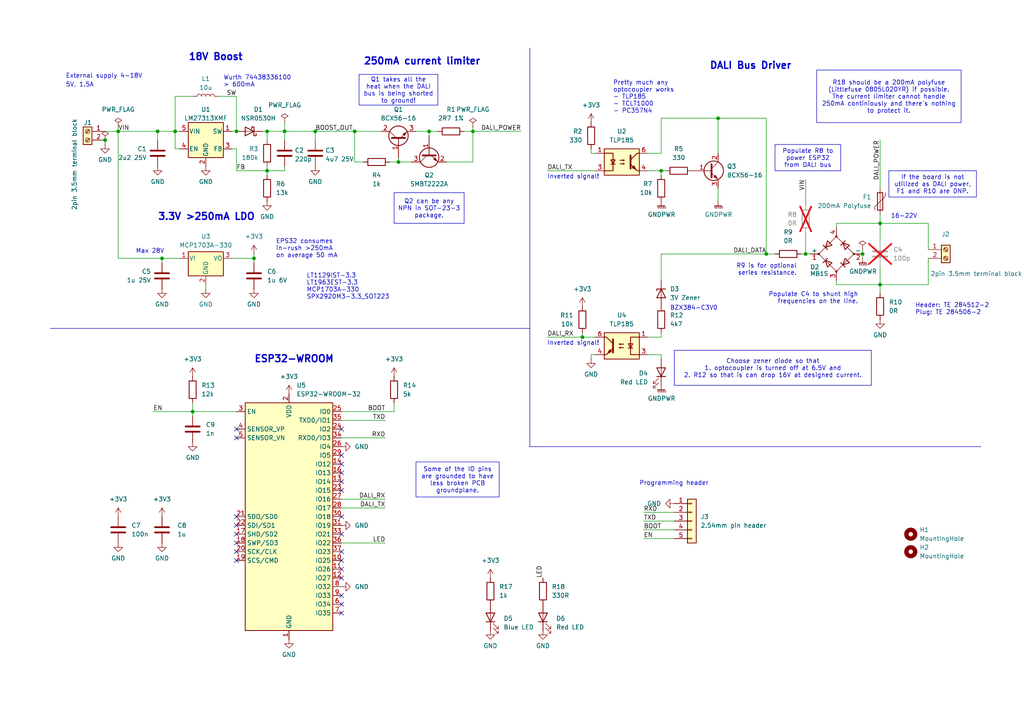
<source format=kicad_sch>
(kicad_sch (version 20231120) (generator "eeschema") (generator_version "8.0")
  (paper "A4")
  (title_block (title "ESP32 Dali") (date "2023-10-29") (rev "v1") (company "petrinm"))
  (lib_symbols
    (symbol "Connector:Screw_Terminal_01x02" (pin_names (offset 1.016) hide)
      (property "Reference" "J" (at 0 2.54 0))
      (property "Value" "Screw_Terminal_01x02" (at 0 -5.08 0))
      (symbol "Screw_Terminal_01x02_1_1"
        (pin passive line (at -5.08 0 0) (length 3.81) (name "Pin_1") (number "1"))
        (pin passive line (at -5.08 -2.54 0) (length 3.81) (name "Pin_2") (number "2"))
      )
    )
    (symbol "Connector_Generic:Conn_01x05" (pin_names (offset 1.016) hide)
      (property "Reference" "J" (at 0 7.62 0))
      (property "Value" "Conn_01x05" (at 0 -7.62 0))
      (symbol "Conn_01x05_1_1"
        (pin passive line (at -5.08 5.08 0) (length 3.81) (name "Pin_1") (number "1"))
        (pin passive line (at -5.08 2.54 0) (length 3.81) (name "Pin_2") (number "2"))
        (pin passive line (at -5.08 0 0) (length 3.81) (name "Pin_3") (number "3"))
        (pin passive line (at -5.08 -2.54 0) (length 3.81) (name "Pin_4") (number "4"))
        (pin passive line (at -5.08 -5.08 0) (length 3.81) (name "Pin_5") (number "5"))
      )
    )
    (symbol "Device:C" (pin_numbers hide) (pin_names (offset 0.254))
      (property "Reference" "C" (at 0.635 2.54 0))
      (property "Value" "C" (at 0.635 -2.54 0))
      (symbol "C_1_1"
        (pin passive line (at 0 3.81 270) (length 2.794) (name "~") (number "1"))
        (pin passive line (at 0 -3.81 90) (length 2.794) (name "~") (number "2"))
      )
    )
    (symbol "Device:D_Bridge_+-AA" (pin_names (offset 0))
      (property "Reference" "D" (at 2.54 6.985 0))
      (property "Value" "D_Bridge_+-AA" (at 2.54 5.08 0))
      (symbol "D_Bridge_+-AA_1_1"
        (pin passive line (at 7.62 0 180) (length 2.54) (name "+") (number "1"))
        (pin passive line (at -7.62 0 0) (length 2.54) (name "-") (number "2"))
        (pin passive line (at 0 7.62 270) (length 2.54) (name "~") (number "3"))
        (pin passive line (at 0 -7.62 90) (length 2.54) (name "~") (number "4"))
      )
    )
    (symbol "Device:D_Schottky" (pin_numbers hide) (pin_names (offset 1.016) hide)
      (property "Reference" "D" (at 0 2.54 0))
      (property "Value" "D_Schottky" (at 0 -2.54 0))
      (symbol "D_Schottky_1_1"
        (pin passive line (at -3.81 0 0) (length 2.54) (name "K") (number "1"))
        (pin passive line (at 3.81 0 180) (length 2.54) (name "A") (number "2"))
      )
    )
    (symbol "Device:D_Zener" (pin_numbers hide) (pin_names (offset 1.016) hide)
      (property "Reference" "D" (at 0 2.54 0))
      (property "Value" "D_Zener" (at 0 -2.54 0))
      (symbol "D_Zener_1_1"
        (pin passive line (at -3.81 0 0) (length 2.54) (name "K") (number "1"))
        (pin passive line (at 3.81 0 180) (length 2.54) (name "A") (number "2"))
      )
    )
    (symbol "Device:L" (pin_numbers hide) (pin_names (offset 1.016) hide)
      (property "Reference" "L" (at -1.27 0 90))
      (property "Value" "L" (at 1.905 0 90))
      (symbol "L_1_1"
        (pin passive line (at 0 3.81 270) (length 1.27) (name "1") (number "1"))
        (pin passive line (at 0 -3.81 90) (length 1.27) (name "2") (number "2"))
      )
    )
    (symbol "Device:LED" (pin_numbers hide) (pin_names (offset 1.016) hide)
      (property "Reference" "D" (at 0 2.54 0))
      (property "Value" "LED" (at 0 -2.54 0))
      (symbol "LED_1_1"
        (pin passive line (at -3.81 0 0) (length 2.54) (name "K") (number "1"))
        (pin passive line (at 3.81 0 180) (length 2.54) (name "A") (number "2"))
      )
    )
    (symbol "Device:Polyfuse" (pin_numbers hide) (pin_names (offset 0))
      (property "Reference" "F" (at -2.54 0 90))
      (property "Value" "Polyfuse" (at 2.54 0 90))
      (symbol "Polyfuse_1_1"
        (pin passive line (at 0 3.81 270) (length 1.27) (name "~") (number "1"))
        (pin passive line (at 0 -3.81 90) (length 1.27) (name "~") (number "2"))
      )
    )
    (symbol "Device:R" (pin_numbers hide) (pin_names (offset 0))
      (property "Reference" "R" (at 2.032 0 90))
      (property "Value" "R" (at 0 0 90))
      (symbol "R_1_1"
        (pin passive line (at 0 3.81 270) (length 1.27) (name "~") (number "1"))
        (pin passive line (at 0 -3.81 90) (length 1.27) (name "~") (number "2"))
      )
    )
    (symbol "Isolator:TLP185"
      (property "Reference" "U" (at -5.08 5.08 0))
      (property "Value" "TLP185" (at -5.08 -5.08 0))
      (symbol "TLP185_1_1"
        (pin passive line (at -7.62 2.54 0) (length 2.54) (name "~") (number "1"))
        (pin passive line (at -7.62 -2.54 0) (length 2.54) (name "~") (number "3"))
        (pin passive line (at 7.62 -2.54 180) (length 2.54) (name "~") (number "4"))
        (pin passive line (at 7.62 2.54 180) (length 2.54) (name "~") (number "6"))
      )
    )
    (symbol "Mechanical:MountingHole" (pin_names (offset 1.016)) (exclude_from_sim yes) (in_bom no)
      (property "Reference" "H" (at 0 5.08 0))
      (property "Value" "MountingHole" (at 0 3.175 0))
    )
    (symbol "RF_Module:ESP32-WROOM-32"
      (property "Reference" "U" (at -12.7 34.29 0))
      (property "Value" "ESP32-WROOM-32" (at 1.27 34.29 0))
      (symbol "ESP32-WROOM-32_1_1"
        (pin power_in line (at 0 -35.56 90) (length 2.54) (name "GND") (number "1"))
        (pin bidirectional line (at 15.24 -12.7 180) (length 2.54) (name "IO25") (number "10"))
        (pin bidirectional line (at 15.24 -15.24 180) (length 2.54) (name "IO26") (number "11"))
        (pin bidirectional line (at 15.24 -17.78 180) (length 2.54) (name "IO27") (number "12"))
        (pin bidirectional line (at 15.24 10.16 180) (length 2.54) (name "IO14") (number "13"))
        (pin bidirectional line (at 15.24 15.24 180) (length 2.54) (name "IO12") (number "14"))
        (pin passive line (at 0 -35.56 90) (length 2.54) hide (name "GND") (number "15"))
        (pin bidirectional line (at 15.24 12.7 180) (length 2.54) (name "IO13") (number "16"))
        (pin bidirectional line (at -15.24 -5.08 0) (length 2.54) (name "SHD/SD2") (number "17"))
        (pin bidirectional line (at -15.24 -7.62 0) (length 2.54) (name "SWP/SD3") (number "18"))
        (pin bidirectional line (at -15.24 -12.7 0) (length 2.54) (name "SCS/CMD") (number "19"))
        (pin power_in line (at 0 35.56 270) (length 2.54) (name "VDD") (number "2"))
        (pin bidirectional line (at -15.24 -10.16 0) (length 2.54) (name "SCK/CLK") (number "20"))
        (pin bidirectional line (at -15.24 0 0) (length 2.54) (name "SDO/SD0") (number "21"))
        (pin bidirectional line (at -15.24 -2.54 0) (length 2.54) (name "SDI/SD1") (number "22"))
        (pin bidirectional line (at 15.24 7.62 180) (length 2.54) (name "IO15") (number "23"))
        (pin bidirectional line (at 15.24 25.4 180) (length 2.54) (name "IO2") (number "24"))
        (pin bidirectional line (at 15.24 30.48 180) (length 2.54) (name "IO0") (number "25"))
        (pin bidirectional line (at 15.24 20.32 180) (length 2.54) (name "IO4") (number "26"))
        (pin bidirectional line (at 15.24 5.08 180) (length 2.54) (name "IO16") (number "27"))
        (pin bidirectional line (at 15.24 2.54 180) (length 2.54) (name "IO17") (number "28"))
        (pin bidirectional line (at 15.24 17.78 180) (length 2.54) (name "IO5") (number "29"))
        (pin input line (at -15.24 30.48 0) (length 2.54) (name "EN") (number "3"))
        (pin bidirectional line (at 15.24 0 180) (length 2.54) (name "IO18") (number "30"))
        (pin bidirectional line (at 15.24 -2.54 180) (length 2.54) (name "IO19") (number "31"))
        (pin no_connect line (at -12.7 -27.94 0) (length 2.54) hide (name "NC") (number "32"))
        (pin bidirectional line (at 15.24 -5.08 180) (length 2.54) (name "IO21") (number "33"))
        (pin bidirectional line (at 15.24 22.86 180) (length 2.54) (name "RXD0/IO3") (number "34"))
        (pin bidirectional line (at 15.24 27.94 180) (length 2.54) (name "TXD0/IO1") (number "35"))
        (pin bidirectional line (at 15.24 -7.62 180) (length 2.54) (name "IO22") (number "36"))
        (pin bidirectional line (at 15.24 -10.16 180) (length 2.54) (name "IO23") (number "37"))
        (pin passive line (at 0 -35.56 90) (length 2.54) hide (name "GND") (number "38"))
        (pin passive line (at 0 -35.56 90) (length 2.54) hide (name "GND") (number "39"))
        (pin input line (at -15.24 25.4 0) (length 2.54) (name "SENSOR_VP") (number "4"))
        (pin input line (at -15.24 22.86 0) (length 2.54) (name "SENSOR_VN") (number "5"))
        (pin input line (at 15.24 -25.4 180) (length 2.54) (name "IO34") (number "6"))
        (pin input line (at 15.24 -27.94 180) (length 2.54) (name "IO35") (number "7"))
        (pin bidirectional line (at 15.24 -20.32 180) (length 2.54) (name "IO32") (number "8"))
        (pin bidirectional line (at 15.24 -22.86 180) (length 2.54) (name "IO33") (number "9"))
      )
    )
    (symbol "Regulator_Linear:SPX2920M3-3.3_SOT223" (pin_names (offset 0.254))
      (property "Reference" "U" (at -3.81 3.175 0))
      (property "Value" "SPX2920M3-3.3_SOT223" (at 0 3.175 0))
      (symbol "SPX2920M3-3.3_SOT223_1_1"
        (pin power_in line (at -7.62 0 0) (length 2.54) (name "VI") (number "1"))
        (pin power_in line (at 0 -7.62 90) (length 2.54) (name "GND") (number "2"))
        (pin power_out line (at 7.62 0 180) (length 2.54) (name "VO") (number "3"))
      )
    )
    (symbol "Regulator_Switching:LM27313XMF" (pin_names (offset 0.254))
      (property "Reference" "U" (at -5.08 6.35 0))
      (property "Value" "LM27313XMF" (at 0 6.35 0))
      (symbol "LM27313XMF_1_1"
        (pin output line (at 7.62 2.54 180) (length 2.54) (name "SW") (number "1"))
        (pin power_in line (at 0 -7.62 90) (length 2.54) (name "GND") (number "2"))
        (pin input line (at 7.62 -2.54 180) (length 2.54) (name "FB") (number "3"))
        (pin input line (at -7.62 -2.54 0) (length 2.54) (name "EN") (number "4"))
        (pin input line (at -7.62 2.54 0) (length 2.54) (name "VIN") (number "5"))
      )
    )
    (symbol "Transistor_BJT:BC817" (pin_names (offset 0) hide)
      (property "Reference" "Q" (at 5.08 1.905 0))
      (property "Value" "BC817" (at 5.08 0 0))
      (symbol "BC817_1_1"
        (pin input line (at -5.08 0 0) (length 5.715) (name "B") (number "1"))
        (pin passive line (at 2.54 -5.08 90) (length 2.54) (name "E") (number "2"))
        (pin passive line (at 2.54 5.08 270) (length 2.54) (name "C") (number "3"))
      )
    )
    (symbol "Transistor_BJT:BCX56" (pin_names (offset 0) hide)
      (property "Reference" "Q" (at 5.08 1.905 0))
      (property "Value" "BCX56" (at 5.08 0 0))
      (symbol "BCX56_1_1"
        (pin input line (at -5.08 0 0) (length 5.715) (name "B") (number "1"))
        (pin passive line (at 2.54 5.08 270) (length 2.54) (name "C") (number "2"))
        (pin passive line (at 2.54 -5.08 90) (length 2.54) (name "E") (number "3"))
      )
    )
    (symbol "power:+3V3" (power) (pin_numbers hide) (pin_names (offset 0) hide)
      (property "Value" "+3V3" (at 0 3.556 0))
      (symbol "+3V3_1_1"
        (pin power_in line (at 0 0 90) (length 0) (name "~") (number "1"))
      )
    )
    (symbol "power:GND" (power) (pin_numbers hide) (pin_names (offset 0) hide)
      (property "Value" "GND" (at 0 -3.81 0))
      (symbol "GND_1_1"
        (pin power_in line (at 0 0 270) (length 0) (name "~") (number "1"))
      )
    )
    (symbol "power:GNDPWR" (power) (pin_numbers hide) (pin_names (offset 0) hide)
      (property "Value" "GNDPWR" (at 0 -3.302 0))
      (symbol "GNDPWR_1_1"
        (pin power_in line (at 0 0 270) (length 0) (name "~") (number "1"))
      )
    )
    (symbol "power:PWR_FLAG" (power) (pin_numbers hide) (pin_names (offset 0) hide)
      (property "Value" "PWR_FLAG" (at 0 3.81 0))
      (symbol "PWR_FLAG_0_0"
        (pin power_out line (at 0 0 90) (length 0) (name "~") (number "1"))
      )
    )
  )
  (junction (at 115.57 46.99))
  (junction (at 222.25 73.66))
  (junction (at 68.58 38.1))
  (junction (at 77.47 38.1))
  (junction (at 55.88 119.38))
  (junction (at 168.91 97.79))
  (junction (at 73.66 74.93))
  (junction (at 50.8 38.1))
  (junction (at 191.77 49.53))
  (junction (at 233.68 73.66))
  (junction (at 82.55 38.1))
  (junction (at 124.46 38.1))
  (junction (at 255.27 82.55))
  (junction (at 77.47 49.53))
  (junction (at 34.29 38.1))
  (junction (at 102.87 38.1))
  (junction (at 45.72 38.1))
  (junction (at 46.99 74.93))
  (junction (at 250.19 73.66))
  (junction (at 208.28 34.29))
  (junction (at 255.27 64.77))
  (junction (at 137.16 38.1))
  (junction (at 91.44 38.1))
  (junction (at 30.48 40.64))
  (no_connect (at 99.06 175.26))
  (no_connect (at 68.58 157.48))
  (no_connect (at 68.58 127))
  (no_connect (at 99.06 162.56))
  (no_connect (at 99.06 149.86))
  (no_connect (at 99.06 160.02))
  (no_connect (at 99.06 137.16))
  (no_connect (at 99.06 132.08))
  (no_connect (at 68.58 162.56))
  (no_connect (at 99.06 139.7))
  (no_connect (at 68.58 152.4))
  (no_connect (at 68.58 154.94))
  (no_connect (at 99.06 154.94))
  (no_connect (at 99.06 167.64))
  (no_connect (at 99.06 177.8))
  (no_connect (at 99.06 165.1))
  (no_connect (at 68.58 160.02))
  (no_connect (at 99.06 134.62))
  (no_connect (at 68.58 124.46))
  (no_connect (at 99.06 142.24))
  (no_connect (at 99.06 172.72))
  (no_connect (at 68.58 149.86))
  (no_connect (at 99.06 124.46))
  (wire (pts (xy 46.99 76.2) (xy 46.99 74.93)))
  (wire (pts (xy 44.45 119.38) (xy 55.88 119.38)))
  (wire (pts (xy 77.47 38.1) (xy 77.47 40.64)))
  (wire (pts (xy 34.29 74.93) (xy 46.99 74.93)))
  (wire (pts (xy 105.41 46.99) (xy 102.87 46.99)))
  (wire (pts (xy 45.72 38.1) (xy 45.72 40.64)))
  (wire (pts (xy 77.47 48.26) (xy 77.47 49.53)))
  (wire (pts (xy 102.87 38.1) (xy 110.49 38.1)))
  (wire (pts (xy 45.72 38.1) (xy 50.8 38.1)))
  (wire (pts (xy 233.68 73.66) (xy 232.41 73.66)))
  (wire (pts (xy 46.99 74.93) (xy 52.07 74.93)))
  (wire (pts (xy 255.27 64.77) (xy 269.24 64.77)))
  (wire (pts (xy 250.19 73.66) (xy 250.19 74.93)))
  (wire (pts (xy 187.96 44.45) (xy 191.77 44.45)))
  (wire (pts (xy 73.66 76.2) (xy 73.66 74.93)))
  (wire (pts (xy 77.47 49.53) (xy 82.55 49.53)))
  (wire (pts (xy 168.91 97.79) (xy 172.72 97.79)))
  (wire (pts (xy 99.06 144.78) (xy 111.76 144.78)))
  (wire (pts (xy 124.46 38.1) (xy 124.46 39.37)))
  (wire (pts (xy 99.06 121.92) (xy 111.76 121.92)))
  (wire (pts (xy 172.72 44.45) (xy 171.45 44.45)))
  (wire (pts (xy 129.54 46.99) (xy 137.16 46.99)))
  (polyline (pts (xy 14.605 95.25) (xy 153.67 95.25)))
  (wire (pts (xy 99.06 119.38) (xy 114.3 119.38)))
  (wire (pts (xy 191.77 102.87) (xy 187.96 102.87)))
  (wire (pts (xy 114.3 116.84) (xy 114.3 119.38)))
  (wire (pts (xy 52.07 43.18) (xy 50.8 43.18)))
  (wire (pts (xy 119.38 46.99) (xy 115.57 46.99)))
  (wire (pts (xy 208.28 34.29) (xy 191.77 34.29)))
  (wire (pts (xy 68.58 49.53) (xy 77.47 49.53)))
  (wire (pts (xy 68.58 38.1) (xy 68.58 27.94)))
  (wire (pts (xy 250.19 72.39) (xy 250.19 73.66)))
  (wire (pts (xy 137.16 36.83) (xy 137.16 38.1)))
  (wire (pts (xy 113.03 46.99) (xy 115.57 46.99)))
  (wire (pts (xy 269.24 74.93) (xy 269.24 82.55)))
  (wire (pts (xy 255.27 40.64) (xy 255.27 54.61)))
  (wire (pts (xy 186.69 153.67) (xy 195.58 153.67)))
  (wire (pts (xy 242.57 81.28) (xy 242.57 82.55)))
  (polyline (pts (xy 153.67 129.54) (xy 284.48 129.54)))
  (wire (pts (xy 50.8 43.18) (xy 50.8 38.1)))
  (wire (pts (xy 50.8 27.94) (xy 50.8 38.1)))
  (wire (pts (xy 222.25 73.66) (xy 224.79 73.66)))
  (wire (pts (xy 77.47 38.1) (xy 82.55 38.1)))
  (wire (pts (xy 171.45 102.87) (xy 172.72 102.87)))
  (wire (pts (xy 55.88 27.94) (xy 50.8 27.94)))
  (wire (pts (xy 186.69 156.21) (xy 195.58 156.21)))
  (wire (pts (xy 34.29 36.83) (xy 34.29 38.1)))
  (wire (pts (xy 222.25 34.29) (xy 222.25 73.66)))
  (wire (pts (xy 269.24 72.39) (xy 269.24 64.77)))
  (wire (pts (xy 191.77 34.29) (xy 191.77 44.45)))
  (wire (pts (xy 59.69 83.82) (xy 59.69 82.55)))
  (wire (pts (xy 137.16 38.1) (xy 151.13 38.1)))
  (wire (pts (xy 255.27 77.47) (xy 255.27 82.55)))
  (wire (pts (xy 99.06 147.32) (xy 111.76 147.32)))
  (wire (pts (xy 191.77 50.8) (xy 191.77 49.53)))
  (wire (pts (xy 208.28 34.29) (xy 208.28 44.45)))
  (wire (pts (xy 91.44 38.1) (xy 102.87 38.1)))
  (wire (pts (xy 168.91 97.79) (xy 158.75 97.79)))
  (wire (pts (xy 191.77 73.66) (xy 222.25 73.66)))
  (wire (pts (xy 186.69 148.59) (xy 195.58 148.59)))
  (wire (pts (xy 82.55 38.1) (xy 82.55 40.64)))
  (wire (pts (xy 191.77 104.14) (xy 191.77 102.87)))
  (wire (pts (xy 82.55 35.56) (xy 82.55 38.1)))
  (wire (pts (xy 186.69 151.13) (xy 195.58 151.13)))
  (wire (pts (xy 55.88 119.38) (xy 68.58 119.38)))
  (wire (pts (xy 172.72 49.53) (xy 158.75 49.53)))
  (wire (pts (xy 255.27 64.77) (xy 255.27 69.85)))
  (wire (pts (xy 115.57 46.99) (xy 115.57 45.72)))
  (polyline (pts (xy 153.67 95.25) (xy 153.67 129.54)))
  (wire (pts (xy 233.68 73.66) (xy 234.95 73.66)))
  (wire (pts (xy 82.55 49.53) (xy 82.55 48.26)))
  (wire (pts (xy 34.29 38.1) (xy 45.72 38.1)))
  (wire (pts (xy 102.87 46.99) (xy 102.87 38.1)))
  (wire (pts (xy 255.27 82.55) (xy 242.57 82.55)))
  (wire (pts (xy 99.06 127) (xy 111.76 127)))
  (wire (pts (xy 30.48 41.91) (xy 30.48 40.64)))
  (wire (pts (xy 168.91 96.52) (xy 168.91 97.79)))
  (wire (pts (xy 67.31 74.93) (xy 73.66 74.93)))
  (wire (pts (xy 30.48 38.1) (xy 34.29 38.1)))
  (wire (pts (xy 82.55 38.1) (xy 91.44 38.1)))
  (wire (pts (xy 255.27 82.55) (xy 269.24 82.55)))
  (wire (pts (xy 34.29 74.93) (xy 34.29 38.1)))
  (wire (pts (xy 68.58 27.94) (xy 63.5 27.94)))
  (wire (pts (xy 68.58 49.53) (xy 68.58 43.18)))
  (wire (pts (xy 134.62 38.1) (xy 137.16 38.1)))
  (wire (pts (xy 233.68 67.31) (xy 233.68 73.66)))
  (wire (pts (xy 255.27 82.55) (xy 255.27 85.09)))
  (wire (pts (xy 124.46 38.1) (xy 127 38.1)))
  (wire (pts (xy 91.44 38.1) (xy 91.44 40.64)))
  (wire (pts (xy 73.66 73.66) (xy 73.66 74.93)))
  (wire (pts (xy 191.77 81.28) (xy 191.77 73.66)))
  (wire (pts (xy 55.88 120.65) (xy 55.88 119.38)))
  (wire (pts (xy 171.45 44.45) (xy 171.45 43.18)))
  (wire (pts (xy 68.58 43.18) (xy 67.31 43.18)))
  (wire (pts (xy 171.45 104.14) (xy 171.45 102.87)))
  (wire (pts (xy 193.04 49.53) (xy 191.77 49.53)))
  (wire (pts (xy 99.06 157.48) (xy 111.76 157.48)))
  (wire (pts (xy 55.88 116.84) (xy 55.88 119.38)))
  (wire (pts (xy 137.16 38.1) (xy 137.16 46.99)))
  (wire (pts (xy 222.25 34.29) (xy 208.28 34.29)))
  (wire (pts (xy 191.77 96.52) (xy 191.77 97.79)))
  (wire (pts (xy 208.28 58.42) (xy 208.28 54.61)))
  (wire (pts (xy 233.68 52.07) (xy 233.68 59.69)))
  (wire (pts (xy 242.57 66.04) (xy 242.57 64.77)))
  (wire (pts (xy 191.77 97.79) (xy 187.96 97.79)))
  (wire (pts (xy 77.47 49.53) (xy 77.47 50.8)))
  (wire (pts (xy 50.8 38.1) (xy 52.07 38.1)))
  (wire (pts (xy 76.2 38.1) (xy 77.47 38.1)))
  (wire (pts (xy 67.31 38.1) (xy 68.58 38.1)))
  (polyline (pts (xy 153.67 13.97) (xy 153.67 95.25)))
  (wire (pts (xy 191.77 49.53) (xy 187.96 49.53)))
  (wire (pts (xy 255.27 62.23) (xy 255.27 64.77)))
  (wire (pts (xy 120.65 38.1) (xy 124.46 38.1)))
  (wire (pts (xy 255.27 64.77) (xy 242.57 64.77)))
  (text_box "Q1 takes all the heat when the DALI bus is being shorted to ground!" (at 104.14 21.59 0) (size 22.86 8.89) (effects (font (size 1.27 1.27))))
  (text_box "Choose zener diode so that \n1. optocoupler is turned off at 6.5V and\n2. R12 so that is can drop 16V at designed current." (at 195.58 101.6 0) (size 57.15 10.16) (effects (font (size 1.27 1.27))))
  (text_box "Q2 can be any NPN in SOT-23-3 package." (at 114.3 55.88 0) (size 20.32 8.89) (effects (font (size 1.27 1.27))))
  (text_box "If the board is not utilized as DALI power, F1 and R10 are DNP." (at 257.81 49.53 0) (size 25.4 7.62) (effects (font (size 1.27 1.27))))
  (text_box "Populate R8 to power ESP32 from DALI bus" (at 224.79 41.91 0) (size 19.05 7.62) (effects (font (size 1.27 1.27))))
  (text_box "R18 should be a 200mA polyfuse (Littlefuse 0805L020YR) if possible.\nThe current limiter cannot handle 250mA continiously and there's nothing to protect it." (at 236.855 20.32 0) (size 41.91 15.24) (effects (font (size 1.27 1.27))))
  (text_box "Some of the IO pins are grounded to have less broken PCB groundplane." (at 120.65 133.985 0) (size 24.13 10.16) (effects (font (size 1.27 1.27))))
  (text "Pretty much any\noptocoupler works\n- TLP185\n- TCLT1000\n- PC357N4" (at 177.8 33.02 0) (effects (font (size 1.27 1.27)) (justify left bottom)))
  (text "ESP32-WROOM" (at 73.66 105.41 0) (effects (font (size 2 2) (thickness 0.4) (bold yes)) (justify left bottom)))
  (text "16-22V" (at 266.065 63.5 0) (effects (font (size 1.27 1.27)) (justify right bottom)))
  (text "EPS32 consumes\nin-rush >250mA\non average 50 mA" (at 80.01 74.93 0) (effects (font (size 1.27 1.27)) (justify left bottom)))
  (text "DALI Bus Driver" (at 205.74 20.32 0) (effects (font (size 2 2) (thickness 0.4) (bold yes)) (justify left bottom)))
  (text "Populate C4 to shunt high\nfrequencies on the line." (at 248.92 88.265 0) (effects (font (size 1.27 1.27)) (justify right bottom)))
  (text "\nBZX384-C3V0" (at 194.31 90.17 0) (effects (font (size 1.27 1.27)) (justify left bottom)))
  (text "Wurth 74438336100\n> 600mA" (at 64.77 25.4 0) (effects (font (size 1.27 1.27)) (justify left bottom)))
  (text "Inverted signal!" (at 158.75 52.07 0) (effects (font (size 1.27 1.27)) (justify left bottom)))
  (text "250mA current limiter" (at 105.41 19.05 0) (effects (font (size 2 2) (thickness 0.4) (bold yes)) (justify left bottom)))
  (text "5V, 1.5A" (at 19.05 25.4 0) (effects (font (size 1.27 1.27)) (justify left bottom)))
  (text "Programming header" (at 185.42 140.97 0) (effects (font (size 1.27 1.27)) (justify left bottom)))
  (text "Max 28V" (at 39.37 73.66 0) (effects (font (size 1.27 1.27)) (justify left bottom)))
  (text "R9 is for optional\nseries resistance." (at 231.14 80.01 0) (effects (font (size 1.27 1.27)) (justify right bottom)))
  (text "3.3V >250mA LDO" (at 45.72 64.135 0) (effects (font (size 2 2) (thickness 0.4) (bold yes)) (justify left bottom)))
  (text "External supply 4-18V" (at 19.05 22.86 0) (effects (font (size 1.27 1.27)) (justify left bottom)))
  (text "Header: TE 284512-2  \nPlug: TE 284506-2" (at 265.43 91.44 0) (effects (font (size 1.27 1.27)) (justify left bottom)))
  (text "18V Boost" (at 54.61 17.78 0) (effects (font (size 2 2) (thickness 0.4) (bold yes)) (justify left bottom)))
  (text "LT1129IST-3.3\nLT1963EST-3.3\nMCP1703A-330\nSPX2920M3-3.3_SOT223\n\n\n\n\n\n" (at 88.9 97.155 0) (effects (font (size 1.27 1.27)) (justify left bottom)))
  (text "Inverted signal!" (at 158.75 100.33 0) (effects (font (size 1.27 1.27)) (justify left bottom)))
  (label "DALI_DATA" (at 222.25 73.66 180))
  (label "BOOT" (at 186.69 153.67 0))
  (label "DALI_POWER" (at 151.13 38.1 180))
  (label "BOOT" (at 111.76 119.38 180))
  (label "LED" (at 111.76 157.48 180))
  (label "VIN" (at 34.29 38.1 0))
  (label "FB" (at 68.58 49.53 0))
  (label "DALI_TX" (at 158.75 49.53 0))
  (label "VIN" (at 233.68 52.07 270))
  (label "DALI_TX" (at 111.76 147.32 180))
  (label "LED" (at 157.48 167.64 90))
  (label "BOOST_OUT" (at 91.44 38.1 0))
  (label "RXD" (at 111.76 127 180))
  (label "TXD" (at 186.69 151.13 0))
  (label "DALI_RX" (at 158.75 97.79 0))
  (label "DALI_RX" (at 111.76 144.78 180))
  (label "EN" (at 186.69 156.21 0))
  (label "RXD" (at 186.69 148.59 0))
  (label "TXD" (at 111.76 121.92 180))
  (label "EN" (at 44.45 119.38 0))
  (label "SW" (at 68.58 27.94 180))
  (label "DALI_POWER" (at 255.27 40.64 270))
  (symbol (lib_id "Device:R") (at 191.77 54.61 0) (mirror x) (unit 1)
    (property "Reference" "R7" (at 189.23 53.34 0) (effects (justify right)))
    (property "Value" "10k" (at 189.23 55.88 0) (effects (justify right)))
    (property "Footprint" "Resistor_SMD:R_0603_1608Metric" (effects (hide yes)))
    (property "Description" "Resistor" (effects (hide yes)))
  )
  (symbol (lib_id "power:+3V3") (at 46.99 149.86 0) (unit 1)
    (property "Reference" "#PWR020" (effects (hide yes)))
    (property "Value" "+3V3" (at 46.99 144.78 0))
    (property "Description" "Power symbol creates a global label with name \"+3V3\"" (effects (hide yes)))
  )
  (symbol (lib_id "power:GND") (at 142.24 182.88 0) (unit 1)
    (property "Reference" "#PWR033" (effects (hide yes)))
    (property "Value" "GND" (at 142.24 187.3234 0))
    (property "Description" "Power symbol creates a global label with name \"GND\" , ground" (effects (hide yes)))
  )
  (symbol (lib_id "Device:Polyfuse") (at 255.27 58.42 0) (mirror y) (unit 1)
    (property "Reference" "F1" (at 252.73 57.15 0) (effects (justify left)))
    (property "Value" "200mA Polyfuse" (at 252.73 59.69 0) (effects (justify left)))
    (property "Footprint" "Fuse:Fuse_0805_2012Metric" (effects (hide yes)))
    (property "Description" "Resettable fuse, polymeric positive temperature coefficient" (effects (hide yes)))
  )
  (symbol (lib_id "Device:R") (at 130.81 38.1 90) (unit 1)
    (property "Reference" "R1" (at 130.81 31.75 90))
    (property "Value" "2R7 1%" (at 130.81 34.29 90))
    (property "Footprint" "Resistor_SMD:R_0805_2012Metric" (effects (hide yes)))
    (property "Description" "Resistor" (effects (hide yes)))
  )
  (symbol (lib_id "power:GND") (at 30.48 41.91 0) (unit 1)
    (property "Reference" "#PWR02" (effects (hide yes)))
    (property "Value" "GND" (at 30.48 46.3534 0))
    (property "Description" "Power symbol creates a global label with name \"GND\" , ground" (effects (hide yes)))
  )
  (symbol (lib_id "power:+3V3") (at 83.82 114.3 0) (unit 1)
    (property "Reference" "#PWR021" (effects (hide yes)))
    (property "Value" "+3V3" (at 83.82 109.22 0))
    (property "Description" "Power symbol creates a global label with name \"+3V3\"" (effects (hide yes)))
  )
  (symbol (lib_id "power:GND") (at 45.72 48.26 0) (unit 1)
    (property "Reference" "#PWR03" (effects (hide yes)))
    (property "Value" "GND" (at 45.72 52.7034 0))
    (property "Description" "Power symbol creates a global label with name \"GND\" , ground" (effects (hide yes)))
  )
  (symbol (lib_id "power:GND") (at 46.99 157.48 0) (unit 1)
    (property "Reference" "#PWR024" (effects (hide yes)))
    (property "Value" "GND" (at 46.99 161.9234 0))
    (property "Description" "Power symbol creates a global label with name \"GND\" , ground" (effects (hide yes)))
  )
  (symbol (lib_id "Device:R") (at 55.88 113.03 0) (unit 1)
    (property "Reference" "R13" (at 58.42 111.76 0) (effects (justify left)))
    (property "Value" "12k" (at 58.42 114.3 0) (effects (justify left)))
    (property "Footprint" "Resistor_SMD:R_0603_1608Metric" (effects (hide yes)))
    (property "Description" "Resistor" (effects (hide yes)))
  )
  (symbol (lib_id "power:+3V3") (at 142.24 167.64 0) (unit 1)
    (property "Reference" "#PWR029" (effects (hide yes)))
    (property "Value" "+3V3" (at 142.24 162.56 0))
    (property "Description" "Power symbol creates a global label with name \"+3V3\"" (effects (hide yes)))
  )
  (symbol (lib_id "Regulator_Linear:SPX2920M3-3.3_SOT223") (at 59.69 74.93 0) (unit 1)
    (property "Reference" "U3" (at 59.69 68.58 0))
    (property "Value" "MCP1703A-330" (at 59.69 71.12 0))
    (property "Footprint" "Package_TO_SOT_SMD:SOT-223-3_TabPin2" (effects (hide yes)))
    (property "Datasheet" "http://www.zlgmcu.com/Sipex/LDO/PDF/spx2920.pdf" (effects (hide yes)))
    (property "Description" "400mA Low drop-out regulator, Fixed Output 3.3V, SOT-223" (effects (hide yes)))
  )
  (symbol (lib_id "power:GNDPWR") (at 208.28 58.42 0) (mirror y) (unit 1)
    (property "Reference" "#PWR08" (effects (hide yes)))
    (property "Value" "GNDPWR" (at 208.407 62.23 0))
    (property "Description" "Power symbol creates a global label with name \"GNDPWR\" , global ground" (effects (hide yes)))
  )
  (symbol (lib_id "Device:C") (at 82.55 44.45 0) (unit 1)
    (property "Reference" "C2" (at 85.471 43.6153 0) (effects (justify left)))
    (property "Value" "220p" (at 85.471 46.1522 0) (effects (justify left)))
    (property "Footprint" "Capacitor_SMD:C_0603_1608Metric" (effects (hide yes)))
    (property "Description" "Unpolarized capacitor" (effects (hide yes)))
  )
  (symbol (lib_id "Device:C") (at 46.99 80.01 0) (unit 1)
    (property "Reference" "C5" (at 43.815 78.74 0) (effects (justify right)))
    (property "Value" "1u 25V" (at 43.815 81.28 0) (effects (justify right)))
    (property "Footprint" "Capacitor_SMD:C_0805_2012Metric" (effects (hide yes)))
    (property "Description" "Unpolarized capacitor" (effects (hide yes)))
  )
  (symbol (lib_id "power:PWR_FLAG") (at 82.55 35.56 0) (unit 1)
    (property "Reference" "#FLG01" (effects (hide yes)))
    (property "Value" "PWR_FLAG" (at 82.55 30.48 0))
    (property "Description" "Special symbol for telling ERC where power comes from" (effects (hide yes)))
  )
  (symbol (lib_id "Device:C") (at 255.27 73.66 0) (mirror y) (unit 1) (dnp yes)
    (property "Reference" "C4" (at 259.08 72.39 0) (effects (justify right)))
    (property "Value" "100p" (at 259.08 74.93 0) (effects (justify right)))
    (property "Footprint" "Capacitor_SMD:C_0603_1608Metric" (effects (hide yes)))
    (property "Description" "Unpolarized capacitor" (effects (hide yes)))
  )
  (symbol (lib_id "power:GND") (at 91.44 48.26 0) (unit 1)
    (property "Reference" "#PWR05" (effects (hide yes)))
    (property "Value" "GND" (at 91.44 52.7034 0))
    (property "Description" "Power symbol creates a global label with name \"GND\" , ground" (effects (hide yes)))
  )
  (symbol (lib_id "Device:C") (at 91.44 44.45 0) (unit 1)
    (property "Reference" "C3" (at 94.361 43.6153 0) (effects (justify left)))
    (property "Value" "4u7 25V" (at 94.361 46.1522 0) (effects (justify left)))
    (property "Footprint" "Capacitor_SMD:C_0805_2012Metric" (effects (hide yes)))
    (property "Description" "Unpolarized capacitor" (effects (hide yes)))
  )
  (symbol (lib_id "Device:D_Zener") (at 191.77 85.09 90) (mirror x) (unit 1)
    (property "Reference" "D3" (at 194.31 83.82 90) (effects (justify right)))
    (property "Value" "3V Zener" (at 194.31 86.36 90) (effects (justify right)))
    (property "Footprint" "Diode_SMD:D_SOD-323" (effects (hide yes)))
    (property "Description" "Zener diode" (effects (hide yes)))
  )
  (symbol (lib_id "power:PWR_FLAG") (at 34.29 36.83 0) (unit 1)
    (property "Reference" "#FLG02" (effects (hide yes)))
    (property "Value" "PWR_FLAG" (at 34.29 31.75 0))
    (property "Description" "Special symbol for telling ERC where power comes from" (effects (hide yes)))
  )
  (symbol (lib_id "Device:R") (at 255.27 88.9 0) (mirror y) (unit 1)
    (property "Reference" "R10" (at 257.81 87.63 0) (effects (justify right)))
    (property "Value" "0R" (at 257.81 90.17 0) (effects (justify right)))
    (property "Footprint" "Resistor_SMD:R_0805_2012Metric" (effects (hide yes)))
    (property "Description" "Resistor" (effects (hide yes)))
  )
  (symbol (lib_id "Connector:Screw_Terminal_01x02") (at 274.32 72.39 0) (unit 1)
    (property "Reference" "J2" (at 273.05 67.945 0) (effects (justify left)))
    (property "Value" "2pin 3.5mm terminal block" (at 269.875 79.375 0) (effects (justify left)))
    (property "Footprint" "Connector_Phoenix_MC:PhoenixContact_MC_1,5_2-G-3.5_1x02_P3.50mm_Horizontal" (effects (hide yes)))
    (property "Description" "Generic screw terminal, single row, 01x02, script generated (kicad-library-utils/schlib/autogen/connector/)" (effects (hide yes)))
  )
  (symbol (lib_id "power:GND") (at 34.29 157.48 0) (unit 1)
    (property "Reference" "#PWR023" (effects (hide yes)))
    (property "Value" "GND" (at 34.29 161.9234 0))
    (property "Description" "Power symbol creates a global label with name \"GND\" , ground" (effects (hide yes)))
  )
  (symbol (lib_id "power:PWR_FLAG") (at 137.16 36.83 0) (unit 1)
    (property "Reference" "#FLG03" (effects (hide yes)))
    (property "Value" "PWR_FLAG" (at 137.16 31.75 0))
    (property "Description" "Special symbol for telling ERC where power comes from" (effects (hide yes)))
  )
  (symbol (lib_id "Transistor_BJT:BC817") (at 124.46 44.45 90) (mirror x) (unit 1)
    (property "Reference" "Q2" (at 124.46 50.8 90))
    (property "Value" "SMBT2222A" (at 124.46 53.34 90))
    (property "Footprint" "Package_TO_SOT_SMD:SOT-23" (effects (hide yes)))
    (property "Datasheet" "https://www.onsemi.com/pub/Collateral/BC818-D.pdf" (effects (hide yes)))
    (property "Description" "0.8A Ic, 45V Vce, NPN Transistor, SOT-23" (effects (hide yes)))
  )
  (symbol (lib_id "Device:R") (at 228.6 73.66 90) (mirror x) (unit 1)
    (property "Reference" "R9" (at 228.6 67.31 90))
    (property "Value" "0R" (at 228.6 69.85 90))
    (property "Footprint" "Resistor_SMD:R_0603_1608Metric" (effects (hide yes)))
    (property "Description" "Resistor" (effects (hide yes)))
  )
  (symbol (lib_id "Device:C") (at 55.88 124.46 0) (unit 1)
    (property "Reference" "C9" (at 59.69 123.19 0) (effects (justify left)))
    (property "Value" "1n" (at 59.69 125.73 0) (effects (justify left)))
    (property "Footprint" "Capacitor_SMD:C_0603_1608Metric" (effects (hide yes)))
    (property "Description" "Unpolarized capacitor" (effects (hide yes)))
  )
  (symbol (lib_id "power:GND") (at 55.88 128.27 0) (unit 1)
    (property "Reference" "#PWR025" (effects (hide yes)))
    (property "Value" "GND" (at 55.88 132.7134 0))
    (property "Description" "Power symbol creates a global label with name \"GND\" , ground" (effects (hide yes)))
  )
  (symbol (lib_id "power:GNDPWR") (at 250.19 74.93 0) (mirror y) (unit 1)
    (property "Reference" "#PWR010" (effects (hide yes)))
    (property "Value" "GNDPWR" (at 250.317 78.74 0))
    (property "Description" "Power symbol creates a global label with name \"GNDPWR\" , global ground" (effects (hide yes)))
  )
  (symbol (lib_id "Isolator:TLP185") (at 180.34 46.99 0) (unit 1)
    (property "Reference" "U2" (at 180.34 38.1 0))
    (property "Value" "TLP185" (at 180.34 40.64 0))
    (property "Footprint" "Package_SO:SOIC-4_4.55x3.7mm_P2.54mm" (effects (hide yes)))
    (property "Datasheet" "https://toshiba.semicon-storage.com/info/docget.jsp?did=11791&prodName=TLP185" (effects (hide yes)))
    (property "Description" "DC Optocoupler, Vce 80V, CTR 50-100%, MFSOP6" (effects (hide yes)))
  )
  (symbol (lib_id "power:PWR_FLAG") (at 30.48 40.64 0) (unit 1)
    (property "Reference" "#FLG04" (effects (hide yes)))
    (property "Value" "PWR_FLAG" (effects (hide yes)))
    (property "Description" "Special symbol for telling ERC where power comes from" (effects (hide yes)))
  )
  (symbol (lib_id "power:GND") (at 77.47 58.42 0) (unit 1)
    (property "Reference" "#PWR06" (effects (hide yes)))
    (property "Value" "GND" (at 77.47 62.8634 0))
    (property "Description" "Power symbol creates a global label with name \"GND\" , ground" (effects (hide yes)))
  )
  (symbol (lib_id "Device:R") (at 142.24 171.45 0) (unit 1)
    (property "Reference" "R17" (at 144.78 170.18 0) (effects (justify left)))
    (property "Value" "1k" (at 144.78 172.72 0) (effects (justify left)))
    (property "Footprint" "Resistor_SMD:R_0603_1608Metric" (effects (hide yes)))
    (property "Description" "Resistor" (effects (hide yes)))
  )
  (symbol (lib_id "Device:LED") (at 157.48 179.07 90) (unit 1)
    (property "Reference" "D6" (at 161.29 179.3875 90) (effects (justify right)))
    (property "Value" "Red LED" (at 161.29 181.9275 90) (effects (justify right)))
    (property "Footprint" "LED_SMD:LED_0603_1608Metric" (effects (hide yes)))
    (property "Description" "Light emitting diode" (effects (hide yes)))
  )
  (symbol (lib_id "Connector_Generic:Conn_01x05") (at 200.66 151.13 0) (unit 1)
    (property "Reference" "J3" (at 203.2 149.86 0) (effects (justify left)))
    (property "Value" "2.54mm pin header" (at 203.2 152.4 0) (effects (justify left)))
    (property "Footprint" "Connector_PinHeader_2.54mm:PinHeader_1x05_P2.54mm_Vertical" (effects (hide yes)))
    (property "Description" "Generic connector, single row, 01x05, script generated (kicad-library-utils/schlib/autogen/connector/)" (effects (hide yes)))
  )
  (symbol (lib_id "Device:LED") (at 191.77 107.95 270) (mirror x) (unit 1)
    (property "Reference" "D4" (at 187.96 108.2675 90) (effects (justify right)))
    (property "Value" "Red LED" (at 187.96 110.8075 90) (effects (justify right)))
    (property "Footprint" "LED_SMD:LED_0603_1608Metric" (effects (hide yes)))
    (property "Description" "Light emitting diode" (effects (hide yes)))
  )
  (symbol (lib_id "Regulator_Switching:LM27313XMF") (at 59.69 40.64 0) (unit 1)
    (property "Reference" "U1" (at 59.69 31.75 0))
    (property "Value" "LM27313XMF" (at 59.69 34.29 0))
    (property "Footprint" "Package_TO_SOT_SMD:SOT-23-5" (effects (hide yes)))
    (property "Datasheet" "http://www.ti.com/lit/ds/symlink/lm27313.pdf" (effects (hide yes)))
    (property "Description" "1A, 28Vout Boost Voltage Regulator, 1.6MHz Frequency, SOT-23-5" (effects (hide yes)))
  )
  (symbol (lib_id "power:GND") (at 99.06 170.18 90) (unit 1)
    (property "Reference" "#PWR030" (effects (hide yes)))
    (property "Value" "GND" (at 102.87 170.18 90) (effects (justify right)))
    (property "Description" "Power symbol creates a global label with name \"GND\" , ground" (effects (hide yes)))
  )
  (symbol (lib_id "power:GND") (at 195.58 146.05 270) (unit 1)
    (property "Reference" "#PWR027" (effects (hide yes)))
    (property "Value" "GND" (at 191.77 146.05 90) (effects (justify right)))
    (property "Description" "Power symbol creates a global label with name \"GND\" , ground" (effects (hide yes)))
  )
  (symbol (lib_id "Device:L") (at 59.69 27.94 90) (unit 1)
    (property "Reference" "L1" (at 59.69 22.86 90))
    (property "Value" "10u" (at 59.69 25.4 90))
    (property "Footprint" "Inductor_SMD:L_Wuerth_MAPI-3020" (effects (hide yes)))
    (property "Description" "Inductor" (effects (hide yes)))
  )
  (symbol (lib_id "power:GND") (at 83.82 185.42 0) (unit 1)
    (property "Reference" "#PWR035" (effects (hide yes)))
    (property "Value" "GND" (at 83.82 189.8634 0))
    (property "Description" "Power symbol creates a global label with name \"GND\" , ground" (effects (hide yes)))
  )
  (symbol (lib_id "Device:C") (at 46.99 153.67 0) (unit 1)
    (property "Reference" "C8" (at 51.435 152.4 0) (effects (justify left)))
    (property "Value" "1u" (at 51.435 154.94 0) (effects (justify left)))
    (property "Footprint" "Capacitor_SMD:C_0603_1608Metric" (effects (hide yes)))
    (property "Description" "Unpolarized capacitor" (effects (hide yes)))
  )
  (symbol (lib_id "power:GND") (at 46.99 83.82 0) (unit 1)
    (property "Reference" "#PWR011" (effects (hide yes)))
    (property "Value" "GND" (at 46.99 88.2634 0))
    (property "Description" "Power symbol creates a global label with name \"GND\" , ground" (effects (hide yes)))
  )
  (symbol (lib_id "Device:R") (at 109.22 46.99 90) (unit 1)
    (property "Reference" "R4" (at 109.22 50.8 90))
    (property "Value" "1k" (at 109.22 53.34 90))
    (property "Footprint" "Resistor_SMD:R_0603_1608Metric" (effects (hide yes)))
    (property "Description" "Resistor" (effects (hide yes)))
  )
  (symbol (lib_id "power:GNDPWR") (at 191.77 58.42 0) (mirror y) (unit 1)
    (property "Reference" "#PWR07" (effects (hide yes)))
    (property "Value" "GNDPWR" (at 191.897 62.23 0))
    (property "Description" "Power symbol creates a global label with name \"GNDPWR\" , global ground" (effects (hide yes)))
  )
  (symbol (lib_id "power:+3V3") (at 114.3 109.22 0) (unit 1)
    (property "Reference" "#PWR018" (effects (hide yes)))
    (property "Value" "+3V3" (at 114.3 104.14 0))
    (property "Description" "Power symbol creates a global label with name \"+3V3\"" (effects (hide yes)))
  )
  (symbol (lib_id "power:+3V3") (at 171.45 35.56 0) (mirror y) (unit 1)
    (property "Reference" "#PWR01" (effects (hide yes)))
    (property "Value" "+3V3" (at 171.45 30.48 0))
    (property "Description" "Power symbol creates a global label with name \"+3V3\"" (effects (hide yes)))
  )
  (symbol (lib_id "Device:D_Schottky") (at 72.39 38.1 180) (unit 1)
    (property "Reference" "D1" (at 74.93 31.75 0))
    (property "Value" "NSR0530H" (at 74.93 34.29 0))
    (property "Footprint" "Diode_SMD:D_SOD-323" (effects (hide yes)))
    (property "Description" "Schottky diode" (effects (hide yes)))
  )
  (symbol (lib_id "Device:R") (at 114.3 113.03 0) (unit 1)
    (property "Reference" "R14" (at 116.84 111.76 0) (effects (justify left)))
    (property "Value" "5k" (at 116.84 114.3 0) (effects (justify left)))
    (property "Footprint" "Resistor_SMD:R_0603_1608Metric" (effects (hide yes)))
    (property "Description" "Resistor" (effects (hide yes)))
  )
  (symbol (lib_id "power:GND") (at 73.66 83.82 0) (unit 1)
    (property "Reference" "#PWR013" (effects (hide yes)))
    (property "Value" "GND" (at 73.66 88.2634 0))
    (property "Description" "Power symbol creates a global label with name \"GND\" , ground" (effects (hide yes)))
  )
  (symbol (lib_id "Mechanical:MountingHole") (at 264.16 160.02 0) (unit 1)
    (property "Reference" "H2" (at 266.7 158.75 0) (effects (justify left)))
    (property "Value" "MountingHole" (at 266.7 161.29 0) (effects (justify left)))
    (property "Footprint" "MountingHole:MountingHole_3.2mm_M3" (effects (hide yes)))
    (property "Description" "Mounting Hole without connection" (effects (hide yes)))
  )
  (symbol (lib_id "power:PWR_FLAG") (at 250.19 72.39 0) (unit 1)
    (property "Reference" "#FLG05" (effects (hide yes)))
    (property "Value" "PWR_FLAG" (effects (hide yes)))
    (property "Description" "Special symbol for telling ERC where power comes from" (effects (hide yes)))
  )
  (symbol (lib_id "power:GND") (at 99.06 152.4 90) (unit 1)
    (property "Reference" "#PWR028" (effects (hide yes)))
    (property "Value" "GND" (at 102.87 152.4 90) (effects (justify right)))
    (property "Description" "Power symbol creates a global label with name \"GND\" , ground" (effects (hide yes)))
  )
  (symbol (lib_id "Device:D_Bridge_+-AA") (at 242.57 73.66 180) (unit 1)
    (property "Reference" "D2" (at 234.95 77.47 0) (effects (justify right)))
    (property "Value" "MB1S" (at 234.95 79.375 0) (effects (justify right)))
    (property "Footprint" "ESPDali:MB1S" (effects (hide yes)))
    (property "Description" "Diode bridge, +ve/-ve/AC/AC" (effects (hide yes)))
  )
  (symbol (lib_id "Device:R") (at 196.85 49.53 90) (mirror x) (unit 1)
    (property "Reference" "R5" (at 196.85 43.18 90))
    (property "Value" "330" (at 196.85 45.72 90))
    (property "Footprint" "Resistor_SMD:R_0603_1608Metric" (effects (hide yes)))
    (property "Description" "Resistor" (effects (hide yes)))
  )
  (symbol (lib_id "Device:C") (at 45.72 44.45 0) (unit 1)
    (property "Reference" "C1" (at 42.545 43.18 0) (effects (justify right)))
    (property "Value" "2u2 25V" (at 42.545 45.72 0) (effects (justify right)))
    (property "Footprint" "Capacitor_SMD:C_0805_2012Metric" (effects (hide yes)))
    (property "Description" "Unpolarized capacitor" (effects (hide yes)))
  )
  (symbol (lib_id "Mechanical:MountingHole") (at 264.16 154.94 0) (unit 1)
    (property "Reference" "H1" (at 266.7 153.67 0) (effects (justify left)))
    (property "Value" "MountingHole" (at 266.7 156.21 0) (effects (justify left)))
    (property "Footprint" "MountingHole:MountingHole_3.2mm_M3" (effects (hide yes)))
    (property "Description" "Mounting Hole without connection" (effects (hide yes)))
  )
  (symbol (lib_id "Device:R") (at 77.47 54.61 0) (unit 1)
    (property "Reference" "R6" (at 80.01 53.34 0) (effects (justify left)))
    (property "Value" "13k" (at 80.01 55.88 0) (effects (justify left)))
    (property "Footprint" "Resistor_SMD:R_0603_1608Metric" (effects (hide yes)))
    (property "Description" "Resistor" (effects (hide yes)))
  )
  (symbol (lib_id "power:+3V3") (at 55.88 109.22 0) (unit 1)
    (property "Reference" "#PWR017" (effects (hide yes)))
    (property "Value" "+3V3" (at 55.88 104.14 0))
    (property "Description" "Power symbol creates a global label with name \"+3V3\"" (effects (hide yes)))
  )
  (symbol (lib_id "Device:C") (at 73.66 80.01 0) (unit 1)
    (property "Reference" "C6" (at 77.47 78.74 0) (effects (justify left)))
    (property "Value" "1u 6V" (at 77.47 81.28 0) (effects (justify left)))
    (property "Footprint" "Capacitor_SMD:C_0603_1608Metric" (effects (hide yes)))
    (property "Description" "Unpolarized capacitor" (effects (hide yes)))
  )
  (symbol (lib_id "Device:R") (at 77.47 44.45 0) (unit 1)
    (property "Reference" "R3" (at 74.93 43.18 0) (effects (justify right)))
    (property "Value" "180k" (at 74.93 45.72 0) (effects (justify right)))
    (property "Footprint" "Resistor_SMD:R_0603_1608Metric" (effects (hide yes)))
    (property "Description" "Resistor" (effects (hide yes)))
  )
  (symbol (lib_id "power:GNDPWR") (at 191.77 111.76 0) (mirror y) (unit 1)
    (property "Reference" "#PWR022" (effects (hide yes)))
    (property "Value" "GNDPWR" (at 191.897 115.57 0))
    (property "Description" "Power symbol creates a global label with name \"GNDPWR\" , global ground" (effects (hide yes)))
  )
  (symbol (lib_id "Transistor_BJT:BCX56") (at 205.74 49.53 0) (unit 1)
    (property "Reference" "Q3" (at 210.82 48.26 0) (effects (justify left)))
    (property "Value" "BCX56-16" (at 210.82 50.8 0) (effects (justify left)))
    (property "Footprint" "Package_TO_SOT_SMD:SOT-89-3" (effects (hide yes)))
    (property "Datasheet" "https://www.nxp.com/docs/en/data-sheet/BCP56_BCX56_BC56PA.pdf" (effects (hide yes)))
    (property "Description" "1A Ic, 80V Vce, NPN Medium Power Transistor, SOT-89" (effects (hide yes)))
  )
  (symbol (lib_id "Device:R") (at 168.91 92.71 0) (mirror y) (unit 1)
    (property "Reference" "R11" (at 166.37 91.44 0) (effects (justify left)))
    (property "Value" "10k" (at 166.37 93.98 0) (effects (justify left)))
    (property "Footprint" "Resistor_SMD:R_0603_1608Metric" (effects (hide yes)))
    (property "Description" "Resistor" (effects (hide yes)))
  )
  (symbol (lib_id "Transistor_BJT:BCX56") (at 115.57 40.64 90) (unit 1)
    (property "Reference" "Q1" (at 115.57 31.75 90))
    (property "Value" "BCX56-16" (at 115.57 34.29 90))
    (property "Footprint" "Package_TO_SOT_SMD:SOT-89-3" (effects (hide yes)))
    (property "Datasheet" "https://www.nxp.com/docs/en/data-sheet/BCP56_BCX56_BC56PA.pdf" (effects (hide yes)))
    (property "Description" "1A Ic, 80V Vce, NPN Medium Power Transistor, SOT-89" (effects (hide yes)))
  )
  (symbol (lib_id "power:GND") (at 171.45 104.14 0) (mirror y) (unit 1)
    (property "Reference" "#PWR016" (effects (hide yes)))
    (property "Value" "GND" (at 171.45 108.5834 0))
    (property "Description" "Power symbol creates a global label with name \"GND\" , ground" (effects (hide yes)))
  )
  (symbol (lib_id "power:+3V3") (at 34.29 149.86 0) (unit 1)
    (property "Reference" "#PWR019" (effects (hide yes)))
    (property "Value" "+3V3" (at 34.29 144.78 0))
    (property "Description" "Power symbol creates a global label with name \"+3V3\"" (effects (hide yes)))
  )
  (symbol (lib_id "RF_Module:ESP32-WROOM-32") (at 83.82 149.86 0) (unit 1)
    (property "Reference" "U5" (at 86.0141 111.76 0) (effects (justify left)))
    (property "Value" "ESP32-WROOM-32" (at 86.0141 114.3 0) (effects (justify left)))
    (property "Footprint" "RF_Module:ESP32-WROOM-32" (effects (hide yes)))
    (property "Datasheet" "https://www.espressif.com/sites/default/files/documentation/esp32-wroom-32_datasheet_en.pdf" (effects (hide yes)))
    (property "Description" "RF Module, ESP32-D0WDQ6 SoC, Wi-Fi 802.11b/g/n, Bluetooth, BLE, 32-bit, 2.7-3.6V, onboard antenna, SMD" (effects (hide yes)))
  )
  (symbol (lib_id "power:GND") (at 59.69 48.26 0) (unit 1)
    (property "Reference" "#PWR04" (effects (hide yes)))
    (property "Value" "GND" (at 59.69 52.7034 0))
    (property "Description" "Power symbol creates a global label with name \"GND\" , ground" (effects (hide yes)))
  )
  (symbol (lib_id "Isolator:TLP185") (at 180.34 100.33 0) (mirror y) (unit 1)
    (property "Reference" "U4" (at 180.34 91.44 0))
    (property "Value" "TLP185" (at 180.34 93.98 0))
    (property "Footprint" "Package_SO:SOIC-4_4.55x3.7mm_P2.54mm" (effects (hide yes)))
    (property "Datasheet" "https://toshiba.semicon-storage.com/info/docget.jsp?did=11791&prodName=TLP185" (effects (hide yes)))
    (property "Description" "DC Optocoupler, Vce 80V, CTR 50-100%, MFSOP6" (effects (hide yes)))
  )
  (symbol (lib_id "power:GND") (at 59.69 83.82 0) (unit 1)
    (property "Reference" "#PWR012" (effects (hide yes)))
    (property "Value" "GND" (at 59.69 88.2634 0))
    (property "Description" "Power symbol creates a global label with name \"GND\" , ground" (effects (hide yes)))
  )
  (symbol (lib_id "Device:R") (at 171.45 39.37 0) (mirror y) (unit 1)
    (property "Reference" "R2" (at 168.91 38.1 0) (effects (justify left)))
    (property "Value" "330" (at 168.91 40.64 0) (effects (justify left)))
    (property "Footprint" "Resistor_SMD:R_0603_1608Metric" (effects (hide yes)))
    (property "Description" "Resistor" (effects (hide yes)))
  )
  (symbol (lib_id "power:GND") (at 99.06 129.54 90) (unit 1)
    (property "Reference" "#PWR026" (effects (hide yes)))
    (property "Value" "GND" (at 102.87 129.54 90) (effects (justify right)))
    (property "Description" "Power symbol creates a global label with name \"GND\" , ground" (effects (hide yes)))
  )
  (symbol (lib_id "power:GND") (at 255.27 92.71 0) (mirror y) (unit 1)
    (property "Reference" "#PWR015" (effects (hide yes)))
    (property "Value" "GND" (at 255.27 97.1534 0))
    (property "Description" "Power symbol creates a global label with name \"GND\" , ground" (effects (hide yes)))
  )
  (symbol (lib_id "Device:C") (at 34.29 153.67 0) (unit 1)
    (property "Reference" "C7" (at 38.1 152.4 0) (effects (justify left)))
    (property "Value" "100n" (at 38.1 154.94 0) (effects (justify left)))
    (property "Footprint" "Capacitor_SMD:C_0603_1608Metric" (effects (hide yes)))
    (property "Description" "Unpolarized capacitor" (effects (hide yes)))
  )
  (symbol (lib_id "Device:R") (at 233.68 63.5 0) (mirror y) (unit 1) (dnp yes)
    (property "Reference" "R8" (at 231.14 62.23 0) (effects (justify left)))
    (property "Value" "0R" (at 231.14 64.77 0) (effects (justify left)))
    (property "Footprint" "Resistor_SMD:R_0805_2012Metric" (effects (hide yes)))
    (property "Description" "Resistor" (effects (hide yes)))
  )
  (symbol (lib_id "Device:R") (at 191.77 92.71 0) (mirror x) (unit 1)
    (property "Reference" "R12" (at 194.31 91.44 0) (effects (justify left)))
    (property "Value" "4k7" (at 194.31 93.98 0) (effects (justify left)))
    (property "Footprint" "Resistor_SMD:R_0603_1608Metric" (effects (hide yes)))
    (property "Description" "Resistor" (effects (hide yes)))
  )
  (symbol (lib_id "power:GND") (at 157.48 182.88 0) (unit 1)
    (property "Reference" "#PWR034" (effects (hide yes)))
    (property "Value" "GND" (at 157.48 187.3234 0))
    (property "Description" "Power symbol creates a global label with name \"GND\" , ground" (effects (hide yes)))
  )
  (symbol (lib_id "Connector:Screw_Terminal_01x02") (at 25.4 38.1 0) (mirror y) (unit 1)
    (property "Reference" "J1" (at 26.67 35.56 0) (effects (justify left)))
    (property "Value" "2pin 3.5mm terminal block" (at 21.59 60.96 90) (effects (justify left)))
    (property "Footprint" "Connector_Phoenix_MC:PhoenixContact_MC_1,5_2-G-3.5_1x02_P3.50mm_Horizontal" (effects (hide yes)))
    (property "Description" "Generic screw terminal, single row, 01x02, script generated (kicad-library-utils/schlib/autogen/connector/)" (effects (hide yes)))
  )
  (symbol (lib_id "Device:LED") (at 142.24 179.07 90) (unit 1)
    (property "Reference" "D5" (at 146.05 179.3875 90) (effects (justify right)))
    (property "Value" "Blue LED" (at 146.05 181.9275 90) (effects (justify right)))
    (property "Footprint" "LED_SMD:LED_0603_1608Metric" (effects (hide yes)))
    (property "Description" "Light emitting diode" (effects (hide yes)))
  )
  (symbol (lib_id "Device:R") (at 157.48 171.45 0) (unit 1)
    (property "Reference" "R18" (at 160.02 170.18 0) (effects (justify left)))
    (property "Value" "330R" (at 160.02 172.72 0) (effects (justify left)))
    (property "Footprint" "Resistor_SMD:R_0603_1608Metric" (effects (hide yes)))
    (property "Description" "Resistor" (effects (hide yes)))
  )
  (symbol (lib_id "power:+3V3") (at 73.66 73.66 0) (unit 1)
    (property "Reference" "#PWR09" (effects (hide yes)))
    (property "Value" "+3V3" (at 73.66 68.58 0))
    (property "Description" "Power symbol creates a global label with name \"+3V3\"" (effects (hide yes)))
  )
  (symbol (lib_id "power:+3V3") (at 168.91 88.9 0) (mirror y) (unit 1)
    (property "Reference" "#PWR014" (effects (hide yes)))
    (property "Value" "+3V3" (at 168.91 83.82 0))
    (property "Description" "Power symbol creates a global label with name \"+3V3\"" (effects (hide yes)))
  )
)
</source>
